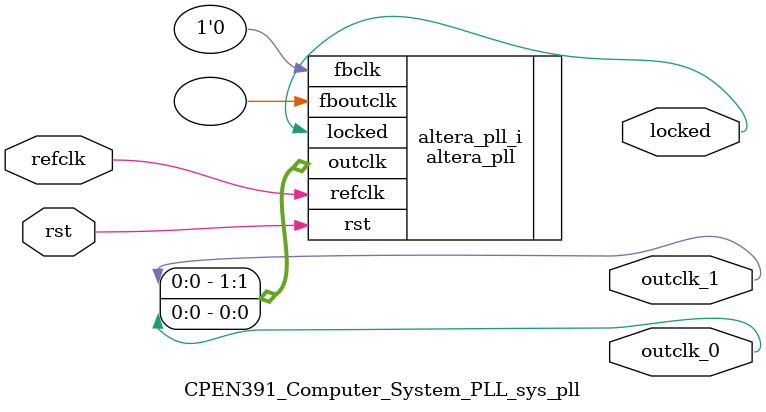
<source format=v>
`timescale 1ns/10ps
module  CPEN391_Computer_System_PLL_sys_pll(

	// interface 'refclk'
	input wire refclk,

	// interface 'reset'
	input wire rst,

	// interface 'outclk0'
	output wire outclk_0,

	// interface 'outclk1'
	output wire outclk_1,

	// interface 'locked'
	output wire locked
);

	altera_pll #(
		.fractional_vco_multiplier("false"),
		.reference_clock_frequency("50.0 MHz"),
		.operation_mode("direct"),
		.number_of_clocks(2),
		.output_clock_frequency0("50.000000 MHz"),
		.phase_shift0("0 ps"),
		.duty_cycle0(50),
		.output_clock_frequency1("50.000000 MHz"),
		.phase_shift1("-3000 ps"),
		.duty_cycle1(50),
		.output_clock_frequency2("0 MHz"),
		.phase_shift2("0 ps"),
		.duty_cycle2(50),
		.output_clock_frequency3("0 MHz"),
		.phase_shift3("0 ps"),
		.duty_cycle3(50),
		.output_clock_frequency4("0 MHz"),
		.phase_shift4("0 ps"),
		.duty_cycle4(50),
		.output_clock_frequency5("0 MHz"),
		.phase_shift5("0 ps"),
		.duty_cycle5(50),
		.output_clock_frequency6("0 MHz"),
		.phase_shift6("0 ps"),
		.duty_cycle6(50),
		.output_clock_frequency7("0 MHz"),
		.phase_shift7("0 ps"),
		.duty_cycle7(50),
		.output_clock_frequency8("0 MHz"),
		.phase_shift8("0 ps"),
		.duty_cycle8(50),
		.output_clock_frequency9("0 MHz"),
		.phase_shift9("0 ps"),
		.duty_cycle9(50),
		.output_clock_frequency10("0 MHz"),
		.phase_shift10("0 ps"),
		.duty_cycle10(50),
		.output_clock_frequency11("0 MHz"),
		.phase_shift11("0 ps"),
		.duty_cycle11(50),
		.output_clock_frequency12("0 MHz"),
		.phase_shift12("0 ps"),
		.duty_cycle12(50),
		.output_clock_frequency13("0 MHz"),
		.phase_shift13("0 ps"),
		.duty_cycle13(50),
		.output_clock_frequency14("0 MHz"),
		.phase_shift14("0 ps"),
		.duty_cycle14(50),
		.output_clock_frequency15("0 MHz"),
		.phase_shift15("0 ps"),
		.duty_cycle15(50),
		.output_clock_frequency16("0 MHz"),
		.phase_shift16("0 ps"),
		.duty_cycle16(50),
		.output_clock_frequency17("0 MHz"),
		.phase_shift17("0 ps"),
		.duty_cycle17(50),
		.pll_type("General"),
		.pll_subtype("General")
	) altera_pll_i (
		.rst	(rst),
		.outclk	({outclk_1, outclk_0}),
		.locked	(locked),
		.fboutclk	( ),
		.fbclk	(1'b0),
		.refclk	(refclk)
	);
endmodule


</source>
